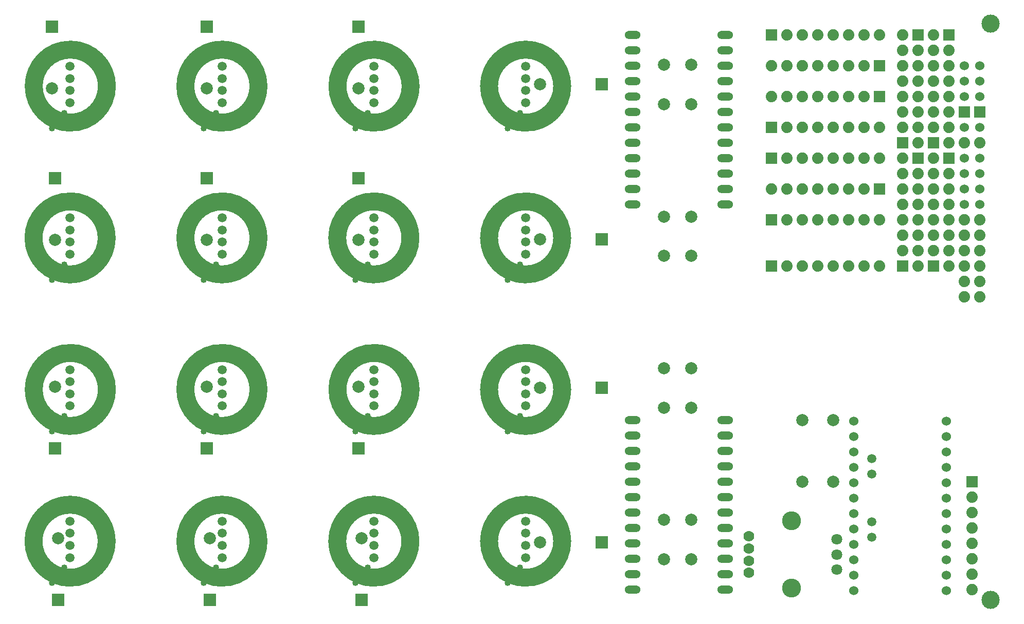
<source format=gts>
G04 #@! TF.FileFunction,Soldermask,Top*
%FSLAX46Y46*%
G04 Gerber Fmt 4.6, Leading zero omitted, Abs format (unit mm)*
G04 Created by KiCad (PCBNEW 4.0.4-stable) date 11/20/16 21:41:40*
%MOMM*%
%LPD*%
G01*
G04 APERTURE LIST*
%ADD10C,0.100000*%
%ADD11C,3.000000*%
%ADD12R,1.879600X1.879600*%
%ADD13C,1.879600*%
%ADD14C,1.524000*%
%ADD15C,1.998980*%
%ADD16R,1.998980X1.998980*%
%ADD17C,2.000000*%
%ADD18C,1.500000*%
%ADD19C,1.508000*%
%ADD20C,1.016000*%
%ADD21O,2.641600X1.320800*%
%ADD22C,1.800000*%
%ADD23C,1.778000*%
%ADD24C,3.116000*%
%ADD25C,3.000000*%
G04 APERTURE END LIST*
D10*
D11*
X128524567Y-89300000D02*
G75*
G03X128524567Y-89300000I-6024567J0D01*
G01*
X128524567Y-89300000D02*
G75*
G03X128524567Y-89300000I-6024567J0D01*
G01*
X128559567Y-64281067D02*
G75*
G03X128559567Y-64281067I-6024567J0D01*
G01*
X153515067Y-89300067D02*
G75*
G03X153515067Y-89300067I-6024567J0D01*
G01*
X153515067Y-64281067D02*
G75*
G03X153515067Y-64281067I-6024567J0D01*
G01*
X128524567Y-139300000D02*
G75*
G03X128524567Y-139300000I-6024567J0D01*
G01*
X128524567Y-139300000D02*
G75*
G03X128524567Y-139300000I-6024567J0D01*
G01*
X128559567Y-114281067D02*
G75*
G03X128559567Y-114281067I-6024567J0D01*
G01*
X153515067Y-139300067D02*
G75*
G03X153515067Y-139300067I-6024567J0D01*
G01*
X153515067Y-114281067D02*
G75*
G03X153515067Y-114281067I-6024567J0D01*
G01*
X78524567Y-139300000D02*
G75*
G03X78524567Y-139300000I-6024567J0D01*
G01*
X78524567Y-139300000D02*
G75*
G03X78524567Y-139300000I-6024567J0D01*
G01*
X78559567Y-114281067D02*
G75*
G03X78559567Y-114281067I-6024567J0D01*
G01*
X103515067Y-139300067D02*
G75*
G03X103515067Y-139300067I-6024567J0D01*
G01*
X103515067Y-114281067D02*
G75*
G03X103515067Y-114281067I-6024567J0D01*
G01*
X78524567Y-89300000D02*
G75*
G03X78524567Y-89300000I-6024567J0D01*
G01*
X78524567Y-89300000D02*
G75*
G03X78524567Y-89300000I-6024567J0D01*
G01*
X78559567Y-64281067D02*
G75*
G03X78559567Y-64281067I-6024567J0D01*
G01*
X103515067Y-89300067D02*
G75*
G03X103515067Y-89300067I-6024567J0D01*
G01*
X103515067Y-64281067D02*
G75*
G03X103515067Y-64281067I-6024567J0D01*
G01*
D12*
X222250000Y-68580000D03*
D13*
X222250000Y-73660000D03*
X222250000Y-86360000D03*
X222250000Y-88900000D03*
X222250000Y-91440000D03*
X222250000Y-93980000D03*
X222250000Y-96520000D03*
X222250000Y-99060000D03*
D14*
X222250000Y-60960000D03*
X222250000Y-63500000D03*
X222250000Y-66040000D03*
X222250000Y-71120000D03*
X222250000Y-76200000D03*
X222250000Y-78740000D03*
X222250000Y-81280000D03*
X222250000Y-83820000D03*
D15*
X70502540Y-138840000D03*
D16*
X70502540Y-149000000D03*
D15*
X70005040Y-113840000D03*
D16*
X70005040Y-124000000D03*
D15*
X69999960Y-89660000D03*
D16*
X69999960Y-79500000D03*
D15*
X69499960Y-64660000D03*
D16*
X69499960Y-54500000D03*
D15*
X95500040Y-138840000D03*
D16*
X95500040Y-149000000D03*
D15*
X95002540Y-113840000D03*
D16*
X95002540Y-124000000D03*
D15*
X94994960Y-89660000D03*
D16*
X94994960Y-79500000D03*
D15*
X94999960Y-64660000D03*
D16*
X94999960Y-54500000D03*
D15*
X120502540Y-138840000D03*
D16*
X120502540Y-149000000D03*
D15*
X120002540Y-113840000D03*
D16*
X120002540Y-124000000D03*
D15*
X119997460Y-89660000D03*
D16*
X119997460Y-79500000D03*
D15*
X120000460Y-64660000D03*
D16*
X120000460Y-54500000D03*
D15*
X149840000Y-139497460D03*
D16*
X160000000Y-139497460D03*
D15*
X149840000Y-114000460D03*
D16*
X160000000Y-114000460D03*
D15*
X149840000Y-89497460D03*
D16*
X160000000Y-89497460D03*
D15*
X149840000Y-63997460D03*
D16*
X160000000Y-63997460D03*
D12*
X212090000Y-55880000D03*
D13*
X212090000Y-58420000D03*
X212090000Y-60960000D03*
X212090000Y-63500000D03*
X212090000Y-66040000D03*
X212090000Y-68580000D03*
X212090000Y-71120000D03*
X212090000Y-73660000D03*
D12*
X209550000Y-73660000D03*
D13*
X209550000Y-71120000D03*
X209550000Y-68580000D03*
X209550000Y-66040000D03*
X209550000Y-63500000D03*
X209550000Y-60960000D03*
X209550000Y-58420000D03*
X209550000Y-55880000D03*
D17*
X174732000Y-142270000D03*
X170232000Y-142270000D03*
X174732000Y-135770000D03*
X170232000Y-135770000D03*
X174732000Y-117270000D03*
X170232000Y-117270000D03*
X174732000Y-110770000D03*
X170232000Y-110770000D03*
X174732000Y-92270000D03*
X170232000Y-92270000D03*
X174732000Y-85770000D03*
X170232000Y-85770000D03*
X174732000Y-67270000D03*
X170232000Y-67270000D03*
X174732000Y-60770000D03*
X170232000Y-60770000D03*
D14*
X216789000Y-147447000D03*
X216789000Y-144907000D03*
X216789000Y-142367000D03*
X216789000Y-139827000D03*
X216789000Y-137287000D03*
X216789000Y-134747000D03*
X216789000Y-132207000D03*
X216789000Y-129667000D03*
X216789000Y-127127000D03*
X216789000Y-124587000D03*
X216789000Y-122047000D03*
X216789000Y-119507000D03*
X201549000Y-147447000D03*
X201549000Y-144907000D03*
X201549000Y-142367000D03*
X201549000Y-139827000D03*
X201549000Y-137287000D03*
X201549000Y-134747000D03*
X201549000Y-132207000D03*
X201549000Y-129667000D03*
X201549000Y-127127000D03*
X201549000Y-124587000D03*
X201549000Y-122047000D03*
X201549000Y-119507000D03*
D18*
X204470000Y-138684000D03*
X204470000Y-136144000D03*
X204470000Y-128270000D03*
X204470000Y-125730000D03*
D12*
X187960000Y-93980000D03*
D13*
X190500000Y-93980000D03*
X193040000Y-93980000D03*
X195580000Y-93980000D03*
X198120000Y-93980000D03*
X200660000Y-93980000D03*
X203200000Y-93980000D03*
X205740000Y-93980000D03*
D12*
X212090000Y-76200000D03*
D13*
X212090000Y-78740000D03*
X212090000Y-81280000D03*
X212090000Y-83820000D03*
X212090000Y-86360000D03*
X212090000Y-88900000D03*
X212090000Y-91440000D03*
X212090000Y-93980000D03*
D12*
X209550000Y-93980000D03*
D13*
X209550000Y-91440000D03*
X209550000Y-88900000D03*
X209550000Y-86360000D03*
X209550000Y-83820000D03*
X209550000Y-81280000D03*
X209550000Y-78740000D03*
X209550000Y-76200000D03*
D12*
X187960000Y-76200000D03*
D13*
X190500000Y-76200000D03*
X193040000Y-76200000D03*
X195580000Y-76200000D03*
X198120000Y-76200000D03*
X200660000Y-76200000D03*
X203200000Y-76200000D03*
X205740000Y-76200000D03*
D12*
X205740000Y-81280000D03*
D13*
X203200000Y-81280000D03*
X200660000Y-81280000D03*
X198120000Y-81280000D03*
X195580000Y-81280000D03*
X193040000Y-81280000D03*
X190500000Y-81280000D03*
X187960000Y-81280000D03*
D12*
X214630000Y-93980000D03*
D13*
X214630000Y-91440000D03*
X214630000Y-88900000D03*
X214630000Y-86360000D03*
X214630000Y-83820000D03*
X214630000Y-81280000D03*
X214630000Y-78740000D03*
X214630000Y-76200000D03*
D12*
X217170000Y-76200000D03*
D13*
X217170000Y-78740000D03*
X217170000Y-81280000D03*
X217170000Y-83820000D03*
X217170000Y-86360000D03*
X217170000Y-88900000D03*
X217170000Y-91440000D03*
X217170000Y-93980000D03*
D12*
X205740000Y-60960000D03*
D13*
X203200000Y-60960000D03*
X200660000Y-60960000D03*
X198120000Y-60960000D03*
X195580000Y-60960000D03*
X193040000Y-60960000D03*
X190500000Y-60960000D03*
X187960000Y-60960000D03*
D12*
X187960000Y-55880000D03*
D13*
X190500000Y-55880000D03*
X193040000Y-55880000D03*
X195580000Y-55880000D03*
X198120000Y-55880000D03*
X200660000Y-55880000D03*
X203200000Y-55880000D03*
X205740000Y-55880000D03*
D12*
X217170000Y-55880000D03*
D13*
X217170000Y-58420000D03*
X217170000Y-60960000D03*
X217170000Y-63500000D03*
X217170000Y-66040000D03*
X217170000Y-68580000D03*
X217170000Y-71120000D03*
X217170000Y-73660000D03*
D12*
X214630000Y-73660000D03*
D13*
X214630000Y-71120000D03*
X214630000Y-68580000D03*
X214630000Y-66040000D03*
X214630000Y-63500000D03*
X214630000Y-60960000D03*
X214630000Y-58420000D03*
X214630000Y-55880000D03*
D12*
X205740000Y-66040000D03*
D13*
X203200000Y-66040000D03*
X200660000Y-66040000D03*
X198120000Y-66040000D03*
X195580000Y-66040000D03*
X193040000Y-66040000D03*
X190500000Y-66040000D03*
X187960000Y-66040000D03*
D12*
X187960000Y-71120000D03*
D13*
X190500000Y-71120000D03*
X193040000Y-71120000D03*
X195580000Y-71120000D03*
X198120000Y-71120000D03*
X200660000Y-71120000D03*
X203200000Y-71120000D03*
X205740000Y-71120000D03*
D12*
X187960000Y-86360000D03*
D13*
X190500000Y-86360000D03*
X193040000Y-86360000D03*
X195580000Y-86360000D03*
X198120000Y-86360000D03*
X200660000Y-86360000D03*
X203200000Y-86360000D03*
X205740000Y-86360000D03*
D12*
X220980000Y-129540000D03*
D13*
X220980000Y-132080000D03*
X220980000Y-134620000D03*
X220980000Y-137160000D03*
X220980000Y-139700000D03*
X220980000Y-142240000D03*
X220980000Y-144780000D03*
X220980000Y-147320000D03*
D15*
X198120000Y-129540000D03*
X198120000Y-119380000D03*
X193040000Y-119380000D03*
X193040000Y-129540000D03*
D19*
X122500000Y-90000000D03*
X122500000Y-88000000D03*
X122500000Y-86000000D03*
X122500000Y-92000000D03*
X122500000Y-65000000D03*
X122500000Y-63000000D03*
X122500000Y-61000000D03*
X122500000Y-67000000D03*
X147500000Y-90000000D03*
X147500000Y-88000000D03*
X147500000Y-86000000D03*
X147500000Y-92000000D03*
D20*
X146519000Y-93672000D03*
X144487000Y-96212000D03*
D19*
X147500000Y-65000000D03*
X147500000Y-63000000D03*
X147500000Y-61000000D03*
X147500000Y-67000000D03*
D20*
X146519000Y-68672000D03*
X144487000Y-71212000D03*
X121519000Y-93672000D03*
X119487000Y-96212000D03*
X121519000Y-68672000D03*
X119487000Y-71212000D03*
D19*
X122500000Y-140000000D03*
X122500000Y-138000000D03*
X122500000Y-136000000D03*
X122500000Y-142000000D03*
X122500000Y-115000000D03*
X122500000Y-113000000D03*
X122500000Y-111000000D03*
X122500000Y-117000000D03*
X147500000Y-140000000D03*
X147500000Y-138000000D03*
X147500000Y-136000000D03*
X147500000Y-142000000D03*
D20*
X146519000Y-143672000D03*
X144487000Y-146212000D03*
D19*
X147500000Y-115000000D03*
X147500000Y-113000000D03*
X147500000Y-111000000D03*
X147500000Y-117000000D03*
D20*
X146519000Y-118672000D03*
X144487000Y-121212000D03*
X121519000Y-143672000D03*
X119487000Y-146212000D03*
X121519000Y-118672000D03*
X119487000Y-121212000D03*
D19*
X72500000Y-140000000D03*
X72500000Y-138000000D03*
X72500000Y-136000000D03*
X72500000Y-142000000D03*
X72500000Y-115000000D03*
X72500000Y-113000000D03*
X72500000Y-111000000D03*
X72500000Y-117000000D03*
X97500000Y-140000000D03*
X97500000Y-138000000D03*
X97500000Y-136000000D03*
X97500000Y-142000000D03*
D20*
X96519000Y-143672000D03*
X94487000Y-146212000D03*
D19*
X97500000Y-115000000D03*
X97500000Y-113000000D03*
X97500000Y-111000000D03*
X97500000Y-117000000D03*
D20*
X96519000Y-118672000D03*
X94487000Y-121212000D03*
X71519000Y-143672000D03*
X69487000Y-146212000D03*
X71519000Y-118672000D03*
X69487000Y-121212000D03*
D19*
X72500000Y-90000000D03*
X72500000Y-88000000D03*
X72500000Y-86000000D03*
X72500000Y-92000000D03*
X72500000Y-65000000D03*
X72500000Y-63000000D03*
X72500000Y-61000000D03*
X72500000Y-67000000D03*
X97500000Y-90000000D03*
X97500000Y-88000000D03*
X97500000Y-86000000D03*
X97500000Y-92000000D03*
D20*
X96519000Y-93672000D03*
X94487000Y-96212000D03*
D19*
X97500000Y-65000000D03*
X97500000Y-63000000D03*
X97500000Y-61000000D03*
X97500000Y-67000000D03*
D20*
X96519000Y-68672000D03*
X94487000Y-71212000D03*
X71519000Y-93672000D03*
X69487000Y-96212000D03*
X71519000Y-68672000D03*
X69487000Y-71212000D03*
D21*
X180340000Y-119380000D03*
X180340000Y-121920000D03*
X180340000Y-124460000D03*
X180340000Y-127000000D03*
X180340000Y-129540000D03*
X180340000Y-132080000D03*
X180340000Y-134620000D03*
X180340000Y-137160000D03*
X180340000Y-139700000D03*
X180340000Y-142240000D03*
X180340000Y-144780000D03*
X180340000Y-147320000D03*
X165100000Y-147320000D03*
X165100000Y-144780000D03*
X165100000Y-142240000D03*
X165100000Y-139700000D03*
X165100000Y-137160000D03*
X165100000Y-134620000D03*
X165100000Y-132080000D03*
X165100000Y-129540000D03*
X165100000Y-127000000D03*
X165100000Y-124460000D03*
X165100000Y-121920000D03*
X165100000Y-119380000D03*
X180340000Y-55880000D03*
X180340000Y-58420000D03*
X180340000Y-60960000D03*
X180340000Y-63500000D03*
X180340000Y-66040000D03*
X180340000Y-68580000D03*
X180340000Y-71120000D03*
X180340000Y-73660000D03*
X180340000Y-76200000D03*
X180340000Y-78740000D03*
X180340000Y-81280000D03*
X180340000Y-83820000D03*
X165100000Y-83820000D03*
X165100000Y-81280000D03*
X165100000Y-78740000D03*
X165100000Y-76200000D03*
X165100000Y-73660000D03*
X165100000Y-71120000D03*
X165100000Y-68580000D03*
X165100000Y-66040000D03*
X165100000Y-63500000D03*
X165100000Y-60960000D03*
X165100000Y-58420000D03*
X165100000Y-55880000D03*
D12*
X219710000Y-68580000D03*
D13*
X219710000Y-73660000D03*
X219710000Y-86360000D03*
X219710000Y-88900000D03*
X219710000Y-91440000D03*
X219710000Y-93980000D03*
X219710000Y-96520000D03*
X219710000Y-99060000D03*
D14*
X219710000Y-60960000D03*
X219710000Y-63500000D03*
X219710000Y-66040000D03*
X219710000Y-71120000D03*
X219710000Y-76200000D03*
X219710000Y-78740000D03*
X219710000Y-81280000D03*
X219710000Y-83820000D03*
D22*
X198750000Y-144000000D03*
X198750000Y-141500000D03*
X198750000Y-139000000D03*
D23*
X184250000Y-140500000D03*
X184250000Y-142500000D03*
D24*
X191250000Y-147050000D03*
X191250000Y-135950000D03*
D23*
X184250000Y-138500000D03*
X184250000Y-144500000D03*
D25*
X224000000Y-149000000D03*
X224000000Y-54000000D03*
M02*

</source>
